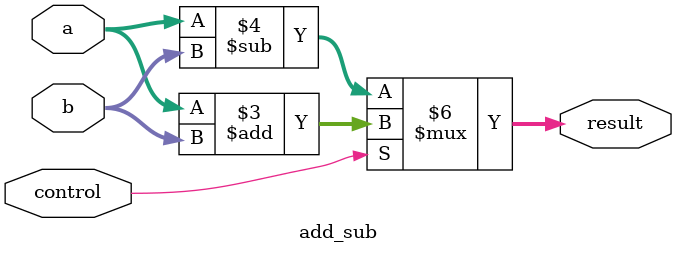
<source format=v>
module add_sub (
    input [15:0] a, b,    
    input control,        
    output reg [15:0] result 
);

    always @(*) begin
        if (control == 1'b1)
            result = a + b; 
        else
            result = a - b; 
    end

endmodule
</source>
